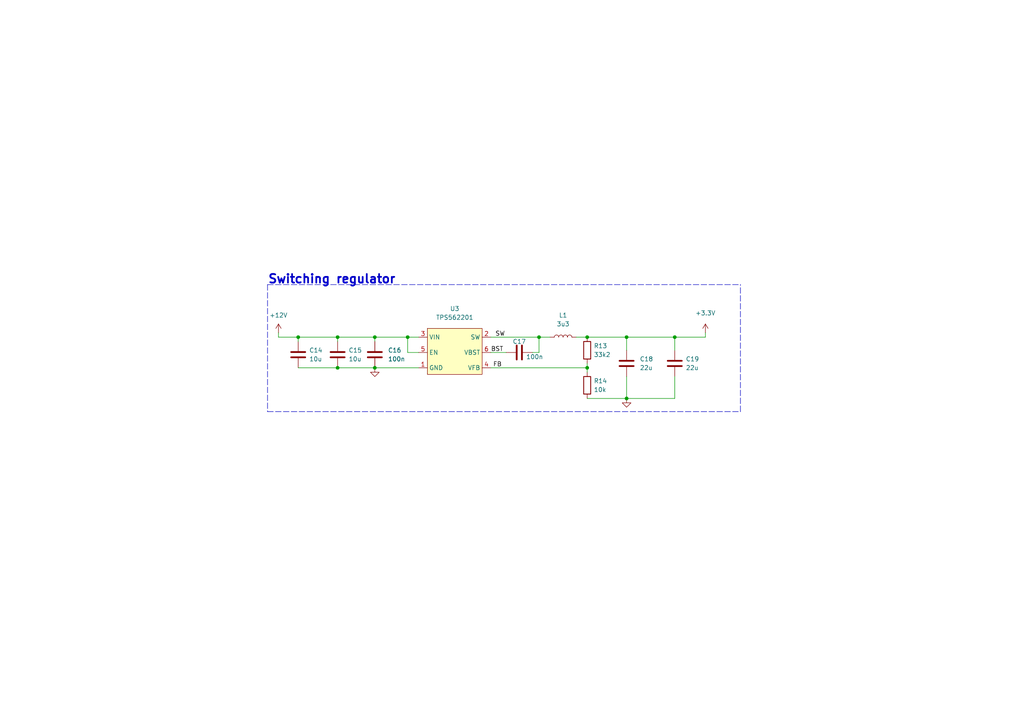
<source format=kicad_sch>
(kicad_sch (version 20211123) (generator eeschema)
  (paper "A4")
  (lib_symbols
    (symbol "Device:C" (pin_numbers hide) (pin_names (offset 0.254))
      (property "Reference" "C" (at 0.635 2.54 0))
      (property "Value" "C" (at 0.635 -2.54 0))
      (symbol "C_0_1"
        (polyline (pts (xy -2.032 -0.762) (xy 2.032 -0.762)) (stroke (width 0.508)))
        (polyline (pts (xy -2.032 0.762) (xy 2.032 0.762)) (stroke (width 0.508)))
      )
      (symbol "C_1_1"
        (pin passive line (at 0 3.81 270) (length 2.794) (name "~") (number "1"))
        (pin passive line (at 0 -3.81 90) (length 2.794) (name "~") (number "2"))
      )
    )
    (symbol "Device:L" (pin_numbers hide) (pin_names (offset 1.016) hide)
      (property "Reference" "L" (at -1.27 0 90))
      (property "Value" "L" (at 1.905 0 90))
      (symbol "L_0_1"
        (arc (start 0 -2.54) (mid 0.635 -1.905) (end 0 -1.27))
        (arc (start 0 -1.27) (mid 0.635 -0.635) (end 0 0))
        (arc (start 0 0) (mid 0.635 0.635) (end 0 1.27))
        (arc (start 0 1.27) (mid 0.635 1.905) (end 0 2.54))
      )
      (symbol "L_1_1"
        (pin passive line (at 0 3.81 270) (length 1.27) (name "1") (number "1"))
        (pin passive line (at 0 -3.81 90) (length 1.27) (name "2") (number "2"))
      )
    )
    (symbol "Device:R" (pin_numbers hide) (pin_names (offset 0))
      (property "Reference" "R" (at 2.032 0 90))
      (property "Value" "R" (at 0 0 90))
      (symbol "R_0_1"
        (rectangle (start -1.016 -2.54) (end 1.016 2.54) (stroke (width 0.254)))
      )
      (symbol "R_1_1"
        (pin passive line (at 0 3.81 270) (length 1.27) (name "~") (number "1"))
        (pin passive line (at 0 -3.81 90) (length 1.27) (name "~") (number "2"))
      )
    )
    (symbol "power:+12V" (power) (pin_names (offset 0))
      (property "Value" "+12V" (at 0 3.556 0))
      (symbol "+12V_0_1"
        (polyline (pts (xy -0.762 1.27) (xy 0 2.54)))
        (polyline (pts (xy 0 0) (xy 0 2.54)))
        (polyline (pts (xy 0 2.54) (xy 0.762 1.27)))
      )
      (symbol "+12V_1_1"
        (pin power_in line (at 0 0 90) (length 0) hide (name "+12V") (number "1"))
      )
    )
    (symbol "power:+3.3V" (power) (pin_names (offset 0))
      (property "Value" "+3.3V" (at 0 3.556 0))
      (symbol "+3.3V_0_1"
        (polyline (pts (xy -0.762 1.27) (xy 0 2.54)))
        (polyline (pts (xy 0 0) (xy 0 2.54)))
        (polyline (pts (xy 0 2.54) (xy 0.762 1.27)))
      )
      (symbol "+3.3V_1_1"
        (pin power_in line (at 0 0 90) (length 0) hide (name "+3.3V") (number "1"))
      )
    )
    (symbol "power:GND" (power) (pin_names (offset 0))
      (property "Value" "GND" (at 0 -3.81 0))
      (symbol "GND_0_1"
        (polyline (pts (xy 0 0) (xy 0 -1.27) (xy 1.27 -1.27) (xy 0 -2.54) (xy -1.27 -1.27) (xy 0 -1.27)))
      )
      (symbol "GND_1_1"
        (pin power_in line (at 0 0 270) (length 0) hide (name "GND") (number "1"))
      )
    )
    (symbol "tme_library:TPS562201"
      (property "Reference" "U" (at 0 -9.525 0))
      (property "Value" "TPS562201" (at 0 8.89 0))
      (symbol "TPS562201_0_1"
        (rectangle (start -7.62 6.35) (end 8.255 -6.985) (fill (type background)))
      )
      (symbol "TPS562201_1_1"
        (pin passive line (at -10.16 -5.08 0) (length 2.54) (name "GND") (number "1"))
        (pin bidirectional line (at 10.795 3.81 180) (length 2.54) (name "SW") (number "2"))
        (pin power_in line (at -10.16 3.81 0) (length 2.54) (name "VIN") (number "3"))
        (pin bidirectional line (at 10.795 -5.08 180) (length 2.54) (name "VFB") (number "4"))
        (pin bidirectional line (at -10.16 -0.635 0) (length 2.54) (name "EN") (number "5"))
        (pin bidirectional line (at 10.795 -0.635 180) (length 2.54) (name "VBST") (number "6"))
      )
    )
  )
  (junction (at 118.237 97.79))
  (junction (at 181.737 115.57))
  (junction (at 195.707 97.79))
  (junction (at 108.712 106.68))
  (junction (at 97.917 97.79))
  (junction (at 108.712 97.79))
  (junction (at 170.307 106.68))
  (junction (at 170.307 97.79))
  (junction (at 97.917 106.68))
  (junction (at 181.737 97.79))
  (junction (at 86.487 97.79))
  (junction (at 156.337 97.79))
  (wire (pts (xy 142.367 102.235) (xy 146.812 102.235)))
  (polyline (pts (xy 214.757 119.38) (xy 214.757 82.55)))
  (wire (pts (xy 86.487 97.79) (xy 86.487 99.06)))
  (wire (pts (xy 181.737 101.6) (xy 181.737 97.79)))
  (wire (pts (xy 156.337 97.79) (xy 159.512 97.79)))
  (wire (pts (xy 204.597 97.79) (xy 195.707 97.79)))
  (wire (pts (xy 170.307 106.68) (xy 170.307 107.95)))
  (wire (pts (xy 170.307 105.41) (xy 170.307 106.68)))
  (wire (pts (xy 118.237 97.79) (xy 108.712 97.79)))
  (polyline (pts (xy 77.597 119.38) (xy 214.757 119.38)))
  (wire (pts (xy 80.772 97.79) (xy 86.487 97.79)))
  (wire (pts (xy 167.132 97.79) (xy 170.307 97.79)))
  (wire (pts (xy 195.707 109.22) (xy 195.707 115.57)))
  (wire (pts (xy 97.917 106.68) (xy 108.712 106.68)))
  (wire (pts (xy 195.707 115.57) (xy 181.737 115.57)))
  (wire (pts (xy 97.917 97.79) (xy 108.712 97.79)))
  (wire (pts (xy 108.712 106.68) (xy 121.412 106.68)))
  (wire (pts (xy 195.707 97.79) (xy 195.707 101.6)))
  (polyline (pts (xy 77.597 82.55) (xy 77.597 119.38)))
  (wire (pts (xy 97.917 99.06) (xy 97.917 97.79)))
  (polyline (pts (xy 77.597 82.55) (xy 214.757 82.55)))
  (wire (pts (xy 86.487 106.68) (xy 97.917 106.68)))
  (wire (pts (xy 156.337 102.235) (xy 156.337 97.79)))
  (wire (pts (xy 181.737 109.22) (xy 181.737 115.57)))
  (wire (pts (xy 108.712 97.79) (xy 108.712 99.06)))
  (wire (pts (xy 142.367 106.68) (xy 170.307 106.68)))
  (wire (pts (xy 80.772 96.52) (xy 80.772 97.79)))
  (wire (pts (xy 118.237 102.235) (xy 118.237 97.79)))
  (wire (pts (xy 142.367 97.79) (xy 156.337 97.79)))
  (wire (pts (xy 195.707 97.79) (xy 181.737 97.79)))
  (wire (pts (xy 204.597 96.52) (xy 204.597 97.79)))
  (wire (pts (xy 121.412 102.235) (xy 118.237 102.235)))
  (wire (pts (xy 170.307 97.79) (xy 181.737 97.79)))
  (wire (pts (xy 170.307 115.57) (xy 181.737 115.57)))
  (wire (pts (xy 154.432 102.235) (xy 156.337 102.235)))
  (wire (pts (xy 121.412 97.79) (xy 118.237 97.79)))
  (wire (pts (xy 86.487 97.79) (xy 97.917 97.79)))
  (text "Switching regulator" (at 77.597 82.55 0) (effects (font (size 2.5 2.5) bold) (justify left bottom)))
  (label "FB" (at 143.002 106.68 0))
  (label "SW" (at 143.637 97.79 0))
  (label "BST" (at 142.367 102.235 0))
  (symbol (lib_id "Device:C") (at 97.917 102.87 0) (unit 1)
    (property "Reference" "C15" (at 101.092 101.5999 0) (effects (justify left)))
    (property "Value" "10u" (at 101.092 104.1399 0) (effects (justify left)))
    (property "Footprint" "Capacitor_SMD:C_0603_1608Metric" (effects hide))
  )
  (symbol (lib_id "Device:L") (at 163.322 97.79 90) (unit 1)
    (property "Reference" "L1" (at 163.322 91.44 90))
    (property "Value" "3u3" (at 163.322 93.98 90))
    (property "Footprint" "Inductor_SMD:L_Wuerth_HCI-7030" (effects hide))
  )
  (symbol (lib_id "Device:C") (at 195.707 105.41 0) (unit 1)
    (property "Reference" "C19" (at 198.882 104.1399 0) (effects (justify left)))
    (property "Value" "22u" (at 198.882 106.6799 0) (effects (justify left)))
    (property "Footprint" "Capacitor_SMD:C_1206_3216Metric" (effects hide))
  )
  (symbol (lib_id "Device:R") (at 170.307 101.6 0) (unit 1)
    (property "Reference" "R13" (at 172.212 100.3299 0) (effects (justify left)))
    (property "Value" "33k2" (at 172.212 102.8699 0) (effects (justify left)))
    (property "Footprint" "Resistor_SMD:R_0402_1005Metric" (effects hide))
  )
  (symbol (lib_id "Device:C") (at 181.737 105.41 0) (unit 1)
    (property "Reference" "C18" (at 185.547 104.1399 0) (effects (justify left)))
    (property "Value" "22u" (at 185.547 106.6799 0) (effects (justify left)))
    (property "Footprint" "Capacitor_SMD:C_1206_3216Metric" (effects hide))
  )
  (symbol (lib_id "power:+3.3V") (at 204.597 96.52 0) (unit 1)
    (property "Reference" "#PWR0101" (effects hide))
    (property "Value" "+3.3V" (at 204.597 90.805 0))
  )
  (symbol (lib_id "tme_library:TPS562201") (at 131.572 101.6 0) (unit 1)
    (property "Reference" "U3" (at 131.8895 89.535 0))
    (property "Value" "TPS562201" (at 131.8895 92.075 0))
    (property "Footprint" "Package_TO_SOT_SMD:SOT-23-6" (effects hide))
  )
  (symbol (lib_id "power:GND") (at 108.712 106.68 0) (unit 1)
    (property "Reference" "#PWR022" (effects hide))
    (property "Value" "GND" (effects hide))
  )
  (symbol (lib_id "power:+12V") (at 80.772 96.52 0) (unit 1)
    (property "Reference" "#PWR020" (effects hide))
    (property "Value" "+12V" (at 80.772 91.44 0))
  )
  (symbol (lib_id "power:GND") (at 181.737 115.57 0) (unit 1)
    (property "Reference" "#PWR027" (effects hide))
    (property "Value" "GND" (effects hide))
  )
  (symbol (lib_id "Device:C") (at 108.712 102.87 0) (unit 1)
    (property "Reference" "C16" (at 112.522 101.5999 0) (effects (justify left)))
    (property "Value" "100n" (at 112.522 104.1399 0) (effects (justify left)))
    (property "Footprint" "Capacitor_SMD:C_0402_1005Metric" (effects hide))
  )
  (symbol (lib_id "Device:C") (at 86.487 102.87 0) (unit 1)
    (property "Reference" "C14" (at 89.662 101.5999 0) (effects (justify left)))
    (property "Value" "10u" (at 89.662 104.1399 0) (effects (justify left)))
    (property "Footprint" "Capacitor_SMD:C_0603_1608Metric" (effects hide))
  )
  (symbol (lib_id "Device:C") (at 150.622 102.235 90) (unit 1)
    (property "Reference" "C17" (at 150.622 99.06 90))
    (property "Value" "100n" (at 155.067 103.505 90))
    (property "Footprint" "Capacitor_SMD:C_0402_1005Metric" (effects hide))
  )
  (symbol (lib_id "Device:R") (at 170.307 111.76 0) (unit 1)
    (property "Reference" "R14" (at 172.212 110.4899 0) (effects (justify left)))
    (property "Value" "10k" (at 172.212 113.0299 0) (effects (justify left)))
    (property "Footprint" "Resistor_SMD:R_0402_1005Metric" (effects hide))
  )
)
</source>
